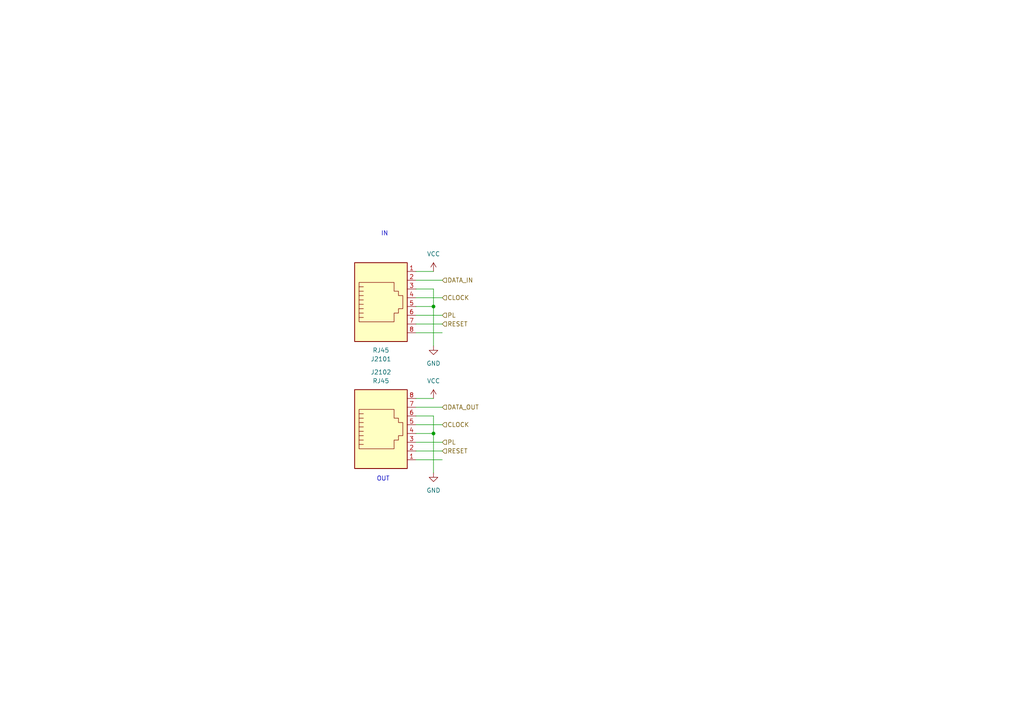
<source format=kicad_sch>
(kicad_sch (version 20230121) (generator eeschema)
  (paper "A4")
  (lib_symbols
    (symbol "Connector:RJ45" (pin_names (offset 1.016))
      (property "Reference" "J" (at -5.08 13.97 0))
      (property "Value" "RJ45" (at 2.54 13.97 0))
      (symbol "RJ45_0_1"
        (polyline (pts (xy -5.08 4.445) (xy -6.35 4.445)))
        (polyline (pts (xy -5.08 5.715) (xy -6.35 5.715)))
        (polyline (pts (xy -6.35 -3.175) (xy -5.08 -3.175) (xy -5.08 -3.175)))
        (polyline (pts (xy -6.35 -1.905) (xy -5.08 -1.905) (xy -5.08 -1.905)))
        (polyline (pts (xy -6.35 -0.635) (xy -5.08 -0.635) (xy -5.08 -0.635)))
        (polyline (pts (xy -6.35 0.635) (xy -5.08 0.635) (xy -5.08 0.635)))
        (polyline (pts (xy -6.35 1.905) (xy -5.08 1.905) (xy -5.08 1.905)))
        (polyline (pts (xy -5.08 3.175) (xy -6.35 3.175) (xy -6.35 3.175)))
        (polyline (pts (xy -6.35 -4.445) (xy -6.35 6.985) (xy 3.81 6.985) (xy 3.81 4.445) (xy 5.08 4.445) (xy 5.08 3.175) (xy 6.35 3.175) (xy 6.35 -0.635) (xy 5.08 -0.635) (xy 5.08 -1.905) (xy 3.81 -1.905) (xy 3.81 -4.445) (xy -6.35 -4.445) (xy -6.35 -4.445)))
        (rectangle (start 7.62 12.7) (end -7.62 -10.16) (stroke (width 0.254)) (fill (type background)))
      )
      (symbol "RJ45_1_1"
        (pin passive line (at 10.16 -7.62 180) (length 2.54) (name "~") (number "1"))
        (pin passive line (at 10.16 -5.08 180) (length 2.54) (name "~") (number "2"))
        (pin passive line (at 10.16 -2.54 180) (length 2.54) (name "~") (number "3"))
        (pin passive line (at 10.16 0 180) (length 2.54) (name "~") (number "4"))
        (pin passive line (at 10.16 2.54 180) (length 2.54) (name "~") (number "5"))
        (pin passive line (at 10.16 5.08 180) (length 2.54) (name "~") (number "6"))
        (pin passive line (at 10.16 7.62 180) (length 2.54) (name "~") (number "7"))
        (pin passive line (at 10.16 10.16 180) (length 2.54) (name "~") (number "8"))
      )
    )
    (symbol "power:GND" (power) (pin_names (offset 0))
      (property "Value" "GND" (at 0 -3.81 0))
      (symbol "GND_0_1"
        (polyline (pts (xy 0 0) (xy 0 -1.27) (xy 1.27 -1.27) (xy 0 -2.54) (xy -1.27 -1.27) (xy 0 -1.27)))
      )
      (symbol "GND_1_1"
        (pin power_in line (at 0 0 270) (length 0) hide (name "GND") (number "1"))
      )
    )
    (symbol "power:VCC" (power) (pin_names (offset 0))
      (property "Value" "VCC" (at 0 3.81 0))
      (symbol "VCC_0_1"
        (polyline (pts (xy -0.762 1.27) (xy 0 2.54)))
        (polyline (pts (xy 0 0) (xy 0 2.54)))
        (polyline (pts (xy 0 2.54) (xy 0.762 1.27)))
      )
      (symbol "VCC_1_1"
        (pin power_in line (at 0 0 90) (length 0) hide (name "VCC") (number "1"))
      )
    )
  )
  (junction (at 125.73 88.9))
  (junction (at 125.73 125.73))
  (wire (pts (xy 120.65 130.81) (xy 128.27 130.81)))
  (wire (pts (xy 120.65 91.44) (xy 128.27 91.44)))
  (wire (pts (xy 120.65 78.74) (xy 125.73 78.74)))
  (wire (pts (xy 120.65 125.73) (xy 125.73 125.73)))
  (wire (pts (xy 120.65 123.19) (xy 128.27 123.19)))
  (wire (pts (xy 120.65 83.82) (xy 125.73 83.82)))
  (wire (pts (xy 120.65 115.57) (xy 125.73 115.57)))
  (wire (pts (xy 120.65 118.11) (xy 128.27 118.11)))
  (wire (pts (xy 120.65 86.36) (xy 128.27 86.36)))
  (wire (pts (xy 120.65 88.9) (xy 125.73 88.9)))
  (wire (pts (xy 125.73 83.82) (xy 125.73 88.9)))
  (wire (pts (xy 120.65 93.98) (xy 128.27 93.98)))
  (wire (pts (xy 125.73 120.65) (xy 125.73 125.73)))
  (wire (pts (xy 125.73 88.9) (xy 125.73 100.33)))
  (wire (pts (xy 120.65 128.27) (xy 128.27 128.27)))
  (wire (pts (xy 125.73 125.73) (xy 125.73 137.16)))
  (wire (pts (xy 120.65 81.28) (xy 128.27 81.28)))
  (wire (pts (xy 120.65 133.35) (xy 128.27 133.35)))
  (wire (pts (xy 120.65 96.52) (xy 128.27 96.52)))
  (wire (pts (xy 120.65 120.65) (xy 125.73 120.65)))
  (text "IN" (at 110.49 68.58 0) (effects (font (size 1.27 1.27)) (justify left bottom)))
  (text "OUT\n" (at 109.22 139.7 0) (effects (font (size 1.27 1.27)) (justify left bottom)))
  (hierarchical_label "RESET" (shape input) (at 128.27 130.81 0))
  (hierarchical_label "DATA_IN" (shape input) (at 128.27 81.28 0))
  (hierarchical_label "CLOCK" (shape input) (at 128.27 86.36 0))
  (hierarchical_label "PL" (shape input) (at 128.27 128.27 0))
  (hierarchical_label "DATA_OUT" (shape input) (at 128.27 118.11 0))
  (hierarchical_label "RESET" (shape input) (at 128.27 93.98 0))
  (hierarchical_label "CLOCK" (shape input) (at 128.27 123.19 0))
  (hierarchical_label "PL" (shape input) (at 128.27 91.44 0))
  (symbol (lib_id "power:VCC") (at 125.73 115.57 0) (unit 1)
    (property "Reference" "#PWR02103" (effects hide))
    (property "Value" "VCC" (at 125.73 110.49 0))
  )
  (symbol (lib_id "Connector:RJ45") (at 110.49 125.73 0) (unit 1)
    (property "Reference" "J2102" (at 110.49 107.95 0))
    (property "Value" "RJ45" (at 110.49 110.49 0))
    (property "Footprint" "Connector_RJ:RJ45_Amphenol_54602-x08_Horizontal" (effects hide))
  )
  (symbol (lib_id "Connector:RJ45") (at 110.49 86.36 0) (mirror x) (unit 1)
    (property "Reference" "J2101" (at 110.49 104.14 0))
    (property "Value" "RJ45" (at 110.49 101.6 0))
    (property "Footprint" "Connector_RJ:RJ45_Amphenol_54602-x08_Horizontal" (effects hide))
  )
  (symbol (lib_id "power:VCC") (at 125.73 78.74 0) (unit 1)
    (property "Reference" "#PWR02101" (effects hide))
    (property "Value" "VCC" (at 125.73 73.66 0))
  )
  (symbol (lib_id "power:GND") (at 125.73 100.33 0) (unit 1)
    (property "Reference" "#PWR02102" (effects hide))
    (property "Value" "GND" (at 125.73 105.41 0))
  )
  (symbol (lib_id "power:GND") (at 125.73 137.16 0) (unit 1)
    (property "Reference" "#PWR02104" (effects hide))
    (property "Value" "GND" (at 125.73 142.24 0))
  )
)
</source>
